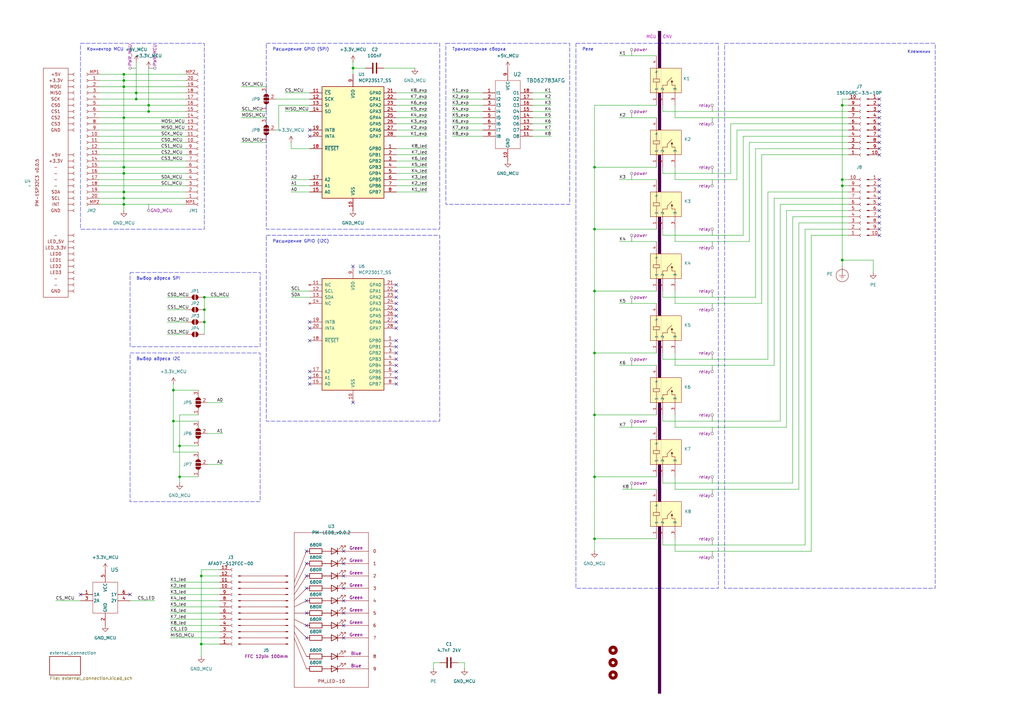
<source format=kicad_sch>
(kicad_sch (version 20250114) (generator "eeschema") (generator_version "9.0")
  (paper "A3")
  (title_block (title "${article} v${version}") (date "2024-05-29") (comment 2 "Konstantin"))
  (rectangle (start 269.875 12.7) (end 271.145 284.48) (stroke (width 0) (type dot) (color 72 0 72 1)) (fill (type color) (color 72 0 72 1)))
  (rectangle (start 109.22 17.78) (end 180.34 93.98) (stroke (width 0) (type dash)))
  (rectangle (start 53.34 144.78) (end 106.68 205.74) (stroke (width 0) (type dash)))
  (rectangle (start 33.02 17.78) (end 83.82 93.98) (stroke (width 0) (type dash)))
  (rectangle (start 236.22 17.78) (end 294.64 241.3) (stroke (width 0) (type dash)))
  (rectangle (start 297.18 17.78) (end 383.54 241.3) (stroke (width 0) (type dash)))
  (rectangle (start 53.34 111.76) (end 106.68 142.24) (stroke (width 0) (type dash)))
  (rectangle (start 109.22 96.52) (end 180.34 172.72) (stroke (width 0) (type dash)))
  (rectangle (start 182.88 17.78) (end 233.68 83.82) (stroke (width 0) (type dash)))
  (text "MCU" (at 269.24 15.24 0) (effects (font (size 1.27 1.27)) (justify right)))
  (text "CNV" (at 271.78 15.24 0) (effects (font (size 1.27 1.27)) (justify left)))
  (text "Выбор адреса I2C" (at 55.88 147.32 0) (effects (font (size 1.27 1.27)) (justify left)))
  (text "Расширение GPIO (SPI)" (at 111.76 20.32 0) (effects (font (size 1.27 1.27)) (justify left)))
  (text "Транзисторная сборка" (at 185.42 20.32 0) (effects (font (size 1.27 1.27)) (justify left)))
  (text "Расширение GPIO (I2C)" (at 111.76 99.06 0) (effects (font (size 1.27 1.27)) (justify left)))
  (text "Выбор адреса SPI" (at 55.88 114.3 0) (effects (font (size 1.27 1.27)) (justify left)))
  (text "Реле" (at 238.76 20.32 0) (effects (font (size 1.27 1.27)) (justify left)))
  (text "Клеммник" (at 376.936 21.336 0) (effects (font (size 1.27 1.27))))
  (text "Коннектор MCU" (at 35.56 20.32 0) (effects (font (size 1.27 1.27)) (justify left)))
  (junction (at 73.66 182.88))
  (junction (at 345.44 76.2))
  (junction (at 243.84 220.98))
  (junction (at 243.84 119.38))
  (junction (at 50.8 48.26))
  (junction (at 144.78 27.94))
  (junction (at 243.84 195.58))
  (junction (at 55.88 40.64))
  (junction (at 50.8 33.02))
  (junction (at 243.84 144.78))
  (junction (at 73.66 195.58))
  (junction (at 60.96 43.18))
  (junction (at 50.8 35.56))
  (junction (at 82.55 264.16))
  (junction (at 83.82 132.08))
  (junction (at 50.8 30.48))
  (junction (at 50.8 78.74))
  (junction (at 83.82 121.92))
  (junction (at 50.8 71.12))
  (junction (at 71.12 172.72))
  (junction (at 83.82 127))
  (junction (at 345.44 43.18))
  (junction (at 50.8 81.28))
  (junction (at 55.88 38.1))
  (junction (at 50.8 83.82))
  (junction (at 243.84 170.18))
  (junction (at 82.55 236.22))
  (junction (at 50.8 68.58))
  (junction (at 71.12 160.02))
  (junction (at 243.84 93.98))
  (junction (at 345.44 73.66))
  (junction (at 345.44 106.68))
  (junction (at 60.96 45.72))
  (junction (at 243.84 68.58))
  (no_connect (at 125.73 256.54))
  (no_connect (at 360.68 60.96))
  (no_connect (at 360.68 73.66))
  (no_connect (at 127 53.34))
  (no_connect (at 127 152.4))
  (no_connect (at 162.56 129.54))
  (no_connect (at 127 55.88))
  (no_connect (at 125.73 231.14))
  (no_connect (at 360.68 55.88))
  (no_connect (at 360.68 76.2))
  (no_connect (at 162.56 157.48))
  (no_connect (at 360.68 40.64))
  (no_connect (at 162.56 132.08))
  (no_connect (at 360.68 50.8))
  (no_connect (at 162.56 142.24))
  (no_connect (at 162.56 119.38))
  (no_connect (at 140.97 256.54))
  (no_connect (at 360.68 63.5))
  (no_connect (at 162.56 121.92))
  (no_connect (at 162.56 134.62))
  (no_connect (at 162.56 144.78))
  (no_connect (at 360.68 96.52))
  (no_connect (at 125.73 226.06))
  (no_connect (at 125.73 246.38))
  (no_connect (at 125.73 236.22))
  (no_connect (at 162.56 154.94))
  (no_connect (at 53.34 243.84))
  (no_connect (at 127 134.62))
  (no_connect (at 360.68 48.26))
  (no_connect (at 360.68 78.74))
  (no_connect (at 127 157.48))
  (no_connect (at 360.68 83.82))
  (no_connect (at 127 154.94))
  (no_connect (at 360.68 43.18))
  (no_connect (at 360.68 58.42))
  (no_connect (at 144.78 165.1))
  (no_connect (at 140.97 251.46))
  (no_connect (at 140.97 261.62))
  (no_connect (at 127 132.08))
  (no_connect (at 140.97 231.14))
  (no_connect (at 360.68 91.44))
  (no_connect (at 162.56 127))
  (no_connect (at 33.02 243.84))
  (no_connect (at 162.56 139.7))
  (no_connect (at 140.97 241.3))
  (no_connect (at 162.56 124.46))
  (no_connect (at 125.73 241.3))
  (no_connect (at 162.56 147.32))
  (no_connect (at 360.68 53.34))
  (no_connect (at 162.56 152.4))
  (no_connect (at 127 139.7))
  (no_connect (at 140.97 236.22))
  (no_connect (at 360.68 93.98))
  (no_connect (at 360.68 86.36))
  (no_connect (at 140.97 246.38))
  (no_connect (at 162.56 149.86))
  (no_connect (at 162.56 116.84))
  (no_connect (at 360.68 45.72))
  (no_connect (at 140.97 226.06))
  (no_connect (at 125.73 261.62))
  (no_connect (at 360.68 88.9))
  (no_connect (at 125.73 251.46))
  (no_connect (at 360.68 81.28))
  (no_connect (at 144.78 109.22))
  (wire (pts (xy 185.42 53.34) (xy 198.12 53.34)))
  (wire (pts (xy 271.78 96.52) (xy 304.8 96.52)))
  (wire (pts (xy 269.24 220.98) (xy 243.84 220.98)))
  (wire (pts (xy 185.42 43.18) (xy 198.12 43.18)))
  (wire (pts (xy 81.28 172.72) (xy 71.12 172.72)))
  (wire (pts (xy 175.26 55.88) (xy 162.56 55.88)))
  (wire (pts (xy 175.26 45.72) (xy 162.56 45.72)))
  (wire (pts (xy 50.8 35.56) (xy 50.8 48.26)))
  (wire (pts (xy 226.06 50.8) (xy 218.44 50.8)))
  (wire (pts (xy 271.78 121.92) (xy 271.78 119.38)))
  (wire (pts (xy 185.42 40.64) (xy 198.12 40.64)))
  (wire (pts (xy 327.66 91.44) (xy 347.98 91.44)))
  (wire (pts (xy 307.34 99.06) (xy 276.86 99.06)))
  (wire (pts (xy 185.42 48.26) (xy 198.12 48.26)))
  (wire (pts (xy 90.17 261.62) (xy 69.85 261.62)))
  (wire (pts (xy 358.14 106.68) (xy 345.44 106.68)))
  (wire (pts (xy 90.17 254) (xy 69.85 254)))
  (wire (pts (xy 22.86 246.38) (xy 33.02 246.38)))
  (wire (pts (xy 358.14 111.76) (xy 358.14 106.68)))
  (wire (pts (xy 190.5 274.32) (xy 190.5 271.78)))
  (wire (pts (xy 40.64 35.56) (xy 50.8 35.56)))
  (wire (pts (xy 53.34 246.38) (xy 63.5 246.38)))
  (wire (pts (xy 347.98 55.88) (xy 304.8 55.88)))
  (wire (pts (xy 175.26 40.64) (xy 162.56 40.64)))
  (wire (pts (xy 269.24 73.66) (xy 254 73.66)))
  (wire (pts (xy 271.78 45.72) (xy 347.98 45.72)))
  (wire (pts (xy 304.8 96.52) (xy 304.8 55.88)))
  (wire (pts (xy 50.8 35.56) (xy 76.2 35.56)))
  (wire (pts (xy 116.84 38.1) (xy 127 38.1)))
  (wire (pts (xy 90.17 243.84) (xy 69.85 243.84)))
  (wire (pts (xy 144.78 27.94) (xy 149.86 27.94)))
  (wire (pts (xy 243.84 68.58) (xy 243.84 93.98)))
  (wire (pts (xy 317.5 149.86) (xy 276.86 149.86)))
  (wire (pts (xy 50.8 68.58) (xy 76.2 68.58)))
  (wire (pts (xy 175.26 60.96) (xy 162.56 60.96)))
  (wire (pts (xy 40.64 55.88) (xy 76.2 55.88)))
  (wire (pts (xy 271.78 198.12) (xy 271.78 195.58)))
  (wire (pts (xy 90.17 256.54) (xy 69.85 256.54)))
  (wire (pts (xy 243.84 119.38) (xy 243.84 144.78)))
  (wire (pts (xy 50.8 71.12) (xy 76.2 71.12)))
  (wire (pts (xy 99.06 58.42) (xy 109.22 58.42)))
  (wire (pts (xy 345.44 76.2) (xy 347.98 76.2)))
  (wire (pts (xy 347.98 40.64) (xy 345.44 40.64)))
  (wire (pts (xy 320.04 83.82) (xy 347.98 83.82)))
  (wire (pts (xy 40.64 48.26) (xy 50.8 48.26)))
  (wire (pts (xy 68.58 127) (xy 76.2 127)))
  (wire (pts (xy 119.38 73.66) (xy 127 73.66)))
  (wire (pts (xy 90.17 264.16) (xy 82.55 264.16)))
  (wire (pts (xy 40.64 83.82) (xy 50.8 83.82)))
  (wire (pts (xy 299.72 50.8) (xy 299.72 71.12)))
  (wire (pts (xy 157.48 27.94) (xy 170.18 27.94)))
  (wire (pts (xy 40.64 81.28) (xy 50.8 81.28)))
  (wire (pts (xy 81.28 195.58) (xy 73.66 195.58)))
  (wire (pts (xy 269.24 22.86) (xy 254 22.86)))
  (wire (pts (xy 312.42 124.46) (xy 276.86 124.46)))
  (wire (pts (xy 312.42 63.5) (xy 312.42 124.46)))
  (wire (pts (xy 271.78 223.52) (xy 330.2 223.52)))
  (wire (pts (xy 50.8 81.28) (xy 76.2 81.28)))
  (wire (pts (xy 90.17 251.46) (xy 69.85 251.46)))
  (wire (pts (xy 271.78 172.72) (xy 320.04 172.72)))
  (wire (pts (xy 226.06 53.34) (xy 218.44 53.34)))
  (wire (pts (xy 345.44 43.18) (xy 345.44 73.66)))
  (wire (pts (xy 40.64 58.42) (xy 76.2 58.42)))
  (wire (pts (xy 180.34 271.78) (xy 177.8 271.78)))
  (wire (pts (xy 40.64 33.02) (xy 50.8 33.02)))
  (wire (pts (xy 99.06 35.56) (xy 109.22 35.56)))
  (wire (pts (xy 345.44 73.66) (xy 345.44 76.2)))
  (wire (pts (xy 332.74 226.06) (xy 332.74 96.52)))
  (wire (pts (xy 243.84 170.18) (xy 243.84 195.58)))
  (wire (pts (xy 40.64 68.58) (xy 50.8 68.58)))
  (wire (pts (xy 243.84 220.98) (xy 243.84 226.06)))
  (wire (pts (xy 243.84 93.98) (xy 269.24 93.98)))
  (wire (pts (xy 119.38 58.42) (xy 119.38 60.96)))
  (wire (pts (xy 271.78 93.98) (xy 271.78 96.52)))
  (wire (pts (xy 243.84 93.98) (xy 243.84 119.38)))
  (wire (pts (xy 114.3 43.18) (xy 114.3 53.34)))
  (wire (pts (xy 55.88 40.64) (xy 76.2 40.64)))
  (wire (pts (xy 322.58 175.26) (xy 276.86 175.26)))
  (wire (pts (xy 345.44 76.2) (xy 345.44 106.68)))
  (wire (pts (xy 276.86 200.66) (xy 276.86 195.58)))
  (wire (pts (xy 175.26 43.18) (xy 162.56 43.18)))
  (wire (pts (xy 269.24 99.06) (xy 254 99.06)))
  (wire (pts (xy 325.12 88.9) (xy 325.12 198.12)))
  (wire (pts (xy 175.26 38.1) (xy 162.56 38.1)))
  (wire (pts (xy 175.26 63.5) (xy 162.56 63.5)))
  (wire (pts (xy 175.26 53.34) (xy 162.56 53.34)))
  (wire (pts (xy 269.24 200.66) (xy 255.27 200.66)))
  (wire (pts (xy 175.26 73.66) (xy 162.56 73.66)))
  (wire (pts (xy 243.84 144.78) (xy 269.24 144.78)))
  (wire (pts (xy 276.86 149.86) (xy 276.86 144.78)))
  (wire (pts (xy 175.26 76.2) (xy 162.56 76.2)))
  (wire (pts (xy 302.26 53.34) (xy 302.26 73.66)))
  (wire (pts (xy 347.98 60.96) (xy 309.88 60.96)))
  (wire (pts (xy 50.8 83.82) (xy 76.2 83.82)))
  (wire (pts (xy 40.64 78.74) (xy 50.8 78.74)))
  (wire (pts (xy 271.78 172.72) (xy 271.78 170.18)))
  (wire (pts (xy 330.2 223.52) (xy 330.2 93.98)))
  (wire (pts (xy 71.12 172.72) (xy 71.12 160.02)))
  (wire (pts (xy 119.38 60.96) (xy 127 60.96)))
  (wire (pts (xy 50.8 78.74) (xy 50.8 81.28)))
  (wire (pts (xy 332.74 226.06) (xy 276.86 226.06)))
  (wire (pts (xy 271.78 147.32) (xy 314.96 147.32)))
  (wire (pts (xy 226.06 55.88) (xy 218.44 55.88)))
  (wire (pts (xy 113.03 40.64) (xy 127 40.64)))
  (wire (pts (xy 347.98 43.18) (xy 345.44 43.18)))
  (wire (pts (xy 82.55 236.22) (xy 82.55 264.16)))
  (wire (pts (xy 114.3 53.34) (xy 113.03 53.34)))
  (wire (pts (xy 309.88 121.92) (xy 309.88 60.96)))
  (wire (pts (xy 276.86 48.26) (xy 276.86 43.18)))
  (wire (pts (xy 185.42 38.1) (xy 198.12 38.1)))
  (wire (pts (xy 185.42 50.8) (xy 198.12 50.8)))
  (wire (pts (xy 177.8 271.78) (xy 177.8 274.32)))
  (wire (pts (xy 90.17 241.3) (xy 69.85 241.3)))
  (wire (pts (xy 322.58 86.36) (xy 347.98 86.36)))
  (wire (pts (xy 144.78 25.4) (xy 144.78 27.94)))
  (wire (pts (xy 175.26 50.8) (xy 162.56 50.8)))
  (wire (pts (xy 40.64 43.18) (xy 60.96 43.18)))
  (wire (pts (xy 325.12 88.9) (xy 347.98 88.9)))
  (wire (pts (xy 269.24 43.18) (xy 243.84 43.18)))
  (wire (pts (xy 185.42 45.72) (xy 198.12 45.72)))
  (wire (pts (xy 50.8 81.28) (xy 50.8 83.82)))
  (wire (pts (xy 90.17 233.68) (xy 82.55 233.68)))
  (wire (pts (xy 85.09 177.8) (xy 91.44 177.8)))
  (wire (pts (xy 85.09 165.1) (xy 91.44 165.1)))
  (wire (pts (xy 345.44 106.68) (xy 345.44 109.22)))
  (wire (pts (xy 83.82 132.08) (xy 83.82 137.16)))
  (wire (pts (xy 50.8 33.02) (xy 76.2 33.02)))
  (wire (pts (xy 307.34 58.42) (xy 307.34 99.06)))
  (wire (pts (xy 317.5 81.28) (xy 347.98 81.28)))
  (wire (pts (xy 40.64 63.5) (xy 76.2 63.5)))
  (wire (pts (xy 40.64 66.04) (xy 76.2 66.04)))
  (wire (pts (xy 320.04 83.82) (xy 320.04 172.72)))
  (wire (pts (xy 116.84 45.72) (xy 127 45.72)))
  (wire (pts (xy 90.17 238.76) (xy 69.85 238.76)))
  (wire (pts (xy 175.26 68.58) (xy 162.56 68.58)))
  (wire (pts (xy 73.66 170.18) (xy 73.66 182.88)))
  (wire (pts (xy 119.38 78.74) (xy 127 78.74)))
  (wire (pts (xy 68.58 137.16) (xy 76.2 137.16)))
  (wire (pts (xy 276.86 48.26) (xy 347.98 48.26)))
  (wire (pts (xy 50.8 71.12) (xy 50.8 78.74)))
  (wire (pts (xy 243.84 144.78) (xy 243.84 170.18)))
  (wire (pts (xy 40.64 40.64) (xy 55.88 40.64)))
  (wire (pts (xy 73.66 182.88) (xy 73.66 195.58)))
  (wire (pts (xy 190.5 271.78) (xy 187.96 271.78)))
  (wire (pts (xy 302.26 73.66) (xy 276.86 73.66)))
  (wire (pts (xy 71.12 160.02) (xy 81.28 160.02)))
  (wire (pts (xy 71.12 185.42) (xy 71.12 172.72)))
  (wire (pts (xy 50.8 83.82) (xy 50.8 86.36)))
  (wire (pts (xy 269.24 48.26) (xy 254 48.26)))
  (wire (pts (xy 226.06 45.72) (xy 218.44 45.72)))
  (wire (pts (xy 243.84 195.58) (xy 269.24 195.58)))
  (wire (pts (xy 82.55 233.68) (xy 82.55 236.22)))
  (wire (pts (xy 119.38 121.92) (xy 127 121.92)))
  (wire (pts (xy 271.78 43.18) (xy 271.78 45.72)))
  (wire (pts (xy 347.98 53.34) (xy 302.26 53.34)))
  (wire (pts (xy 276.86 99.06) (xy 276.86 93.98)))
  (wire (pts (xy 185.42 55.88) (xy 198.12 55.88)))
  (wire (pts (xy 276.86 226.06) (xy 276.86 220.98)))
  (wire (pts (xy 83.82 121.92) (xy 93.98 121.92)))
  (wire (pts (xy 226.06 48.26) (xy 218.44 48.26)))
  (wire (pts (xy 50.8 78.74) (xy 76.2 78.74)))
  (wire (pts (xy 99.06 48.26) (xy 109.22 48.26)))
  (wire (pts (xy 83.82 121.92) (xy 83.82 127)))
  (wire (pts (xy 55.88 25.4) (xy 55.88 38.1)))
  (wire (pts (xy 40.64 45.72) (xy 60.96 45.72)))
  (wire (pts (xy 90.17 248.92) (xy 69.85 248.92)))
  (wire (pts (xy 82.55 236.22) (xy 90.17 236.22)))
  (wire (pts (xy 243.84 170.18) (xy 269.24 170.18)))
  (wire (pts (xy 314.96 147.32) (xy 314.96 78.74)))
  (wire (pts (xy 276.86 73.66) (xy 276.86 68.58)))
  (wire (pts (xy 60.96 43.18) (xy 76.2 43.18)))
  (wire (pts (xy 317.5 81.28) (xy 317.5 149.86)))
  (wire (pts (xy 314.96 78.74) (xy 347.98 78.74)))
  (wire (pts (xy 40.64 76.2) (xy 76.2 76.2)))
  (wire (pts (xy 276.86 175.26) (xy 276.86 170.18)))
  (wire (pts (xy 175.26 66.04) (xy 162.56 66.04)))
  (wire (pts (xy 271.78 198.12) (xy 325.12 198.12)))
  (wire (pts (xy 175.26 71.12) (xy 162.56 71.12)))
  (wire (pts (xy 327.66 200.66) (xy 276.86 200.66)))
  (wire (pts (xy 99.06 45.72) (xy 109.22 45.72)))
  (wire (pts (xy 276.86 124.46) (xy 276.86 119.38)))
  (wire (pts (xy 269.24 149.86) (xy 254 149.86)))
  (wire (pts (xy 347.98 63.5) (xy 312.42 63.5)))
  (wire (pts (xy 40.64 60.96) (xy 76.2 60.96)))
  (wire (pts (xy 55.88 38.1) (xy 76.2 38.1)))
  (wire (pts (xy 347.98 93.98) (xy 330.2 93.98)))
  (wire (pts (xy 226.06 38.1) (xy 218.44 38.1)))
  (wire (pts (xy 347.98 96.52) (xy 332.74 96.52)))
  (wire (pts (xy 243.84 43.18) (xy 243.84 68.58)))
  (wire (pts (xy 114.3 43.18) (xy 127 43.18)))
  (wire (pts (xy 271.78 68.58) (xy 271.78 71.12)))
  (wire (pts (xy 40.64 53.34) (xy 76.2 53.34)))
  (wire (pts (xy 119.38 76.2) (xy 127 76.2)))
  (wire (pts (xy 271.78 71.12) (xy 299.72 71.12)))
  (wire (pts (xy 226.06 40.64) (xy 218.44 40.64)))
  (wire (pts (xy 50.8 33.02) (xy 50.8 35.56)))
  (wire (pts (xy 175.26 78.74) (xy 162.56 78.74)))
  (wire (pts (xy 60.96 27.94) (xy 60.96 43.18)))
  (wire (pts (xy 269.24 68.58) (xy 243.84 68.58)))
  (wire (pts (xy 50.8 48.26) (xy 76.2 48.26)))
  (wire (pts (xy 271.78 121.92) (xy 309.88 121.92)))
  (wire (pts (xy 269.24 124.46) (xy 254 124.46)))
  (wire (pts (xy 81.28 170.18) (xy 73.66 170.18)))
  (wire (pts (xy 347.98 73.66) (xy 345.44 73.66)))
  (wire (pts (xy 243.84 195.58) (xy 243.84 220.98)))
  (wire (pts (xy 40.64 73.66) (xy 76.2 73.66)))
  (wire (pts (xy 119.38 119.38) (xy 127 119.38)))
  (wire (pts (xy 60.96 43.18) (xy 60.96 45.72)))
  (wire (pts (xy 60.96 45.72) (xy 76.2 45.72)))
  (wire (pts (xy 85.09 190.5) (xy 91.44 190.5)))
  (wire (pts (xy 40.64 30.48) (xy 50.8 30.48)))
  (wire (pts (xy 175.26 48.26) (xy 162.56 48.26)))
  (wire (pts (xy 144.78 27.94) (xy 144.78 30.48)))
  (wire (pts (xy 50.8 30.48) (xy 76.2 30.48)))
  (wire (pts (xy 327.66 200.66) (xy 327.66 91.44)))
  (wire (pts (xy 73.66 195.58) (xy 73.66 198.12)))
  (wire (pts (xy 90.17 246.38) (xy 69.85 246.38)))
  (wire (pts (xy 40.64 38.1) (xy 55.88 38.1)))
  (wire (pts (xy 82.55 264.16) (xy 82.55 269.24)))
  (wire (pts (xy 68.58 132.08) (xy 76.2 132.08)))
  (wire (pts (xy 40.64 71.12) (xy 50.8 71.12)))
  (wire (pts (xy 50.8 30.48) (xy 50.8 33.02)))
  (wire (pts (xy 90.17 259.08) (xy 69.85 259.08)))
  (wire (pts (xy 83.82 127) (xy 83.82 132.08)))
  (wire (pts (xy 50.8 68.58) (xy 50.8 71.12)))
  (wire (pts (xy 271.78 144.78) (xy 271.78 147.32)))
  (wire (pts (xy 40.64 50.8) (xy 76.2 50.8)))
  (wire (pts (xy 81.28 182.88) (xy 73.66 182.88)))
  (wire (pts (xy 226.06 43.18) (xy 218.44 43.18)))
  (wire (pts (xy 347.98 58.42) (xy 307.34 58.42)))
  (wire (pts (xy 269.24 175.26) (xy 254 175.26)))
  (wire (pts (xy 55.88 38.1) (xy 55.88 40.64)))
  (wire (pts (xy 71.12 157.48) (xy 71.12 160.02)))
  (wire (pts (xy 81.28 185.42) (xy 71.12 185.42)))
  (wire (pts (xy 299.72 50.8) (xy 347.98 50.8)))
  (wire (pts (xy 68.58 121.92) (xy 76.2 121.92)))
  (wire (pts (xy 50.8 48.26) (xy 50.8 68.58)))
  (wire (pts (xy 322.58 175.26) (xy 322.58 86.36)))
  (wire (pts (xy 243.84 119.38) (xy 269.24 119.38)))
  (wire (pts (xy 271.78 223.52) (xy 271.78 220.98)))
  (wire (pts (xy 345.44 40.64) (xy 345.44 43.18)))
  (label "K8_led" (at 175.26 60.96 180))
  (label "A1" (at 119.38 76.2 0))
  (label "K4" (at 226.06 45.72 180))
  (label "A0" (at 119.38 78.74 0))
  (label "MOSI_MCU" (at 99.06 48.26 0))
  (label "K6_exp" (at 175.26 43.18 180))
  (label "CS3_MCU" (at 68.58 137.16 0))
  (label "A2" (at 119.38 73.66 0))
  (label "CS_LED" (at 69.85 259.08 0))
  (label "CS1_MCU" (at 66.04 60.96 0))
  (label "MISO_MCU" (at 116.84 45.72 0))
  (label "CS2_MCU" (at 66.04 63.5 0))
  (label "CS_LED" (at 63.5 246.38 180))
  (label "SCL" (at 119.38 119.38 0))
  (label "K7_exp" (at 185.42 53.34 0))
  (label "SCK_MCU" (at 99.06 35.56 0))
  (label "K6_led" (at 69.85 251.46 0))
  (label "A1" (at 91.44 177.8 180))
  (label "K5_exp" (at 175.26 45.72 180))
  (label "K2_exp" (at 185.42 40.64 0))
  (label "K5_exp" (at 185.42 48.26 0))
  (label "A0" (at 91.44 165.1 180))
  (label "MOSI_MCU" (at 66.04 50.8 0))
  (label "K2_exp" (at 175.26 53.34 180))
  (label "CS0_MCU" (at 66.04 58.42 0))
  (label "K2" (at 254 48.26 0))
  (label "K1_exp" (at 185.42 38.1 0))
  (label "SCL_MCU" (at 99.06 45.72 0))
  (label "K3" (at 226.06 43.18 180))
  (label "K8_exp" (at 185.42 55.88 0))
  (label "K7_led" (at 69.85 254 0))
  (label "K1_led" (at 175.26 78.74 180))
  (label "SCL_MCU" (at 66.04 76.2 0))
  (label "K4" (at 254 99.06 0))
  (label "MISO_MCU" (at 66.04 53.34 0))
  (label "K3" (at 254 73.66 0))
  (label "K8" (at 226.06 55.88 180))
  (label "K1_led" (at 69.85 238.76 0))
  (label "K1" (at 226.06 38.1 180))
  (label "K4_exp" (at 185.42 45.72 0))
  (label "K5_led" (at 175.26 68.58 180))
  (label "K7" (at 226.06 53.34 180))
  (label "CS0_MCU" (at 68.58 121.92 0))
  (label "K2_led" (at 175.26 76.2 180))
  (label "K2" (at 226.06 40.64 180))
  (label "MISO_MCU" (at 69.85 261.62 0))
  (label "K3_exp" (at 185.42 43.18 0))
  (label "CS_MCU" (at 93.98 121.92 180))
  (label "K4_led" (at 69.85 246.38 0))
  (label "K7_exp" (at 175.26 40.64 180))
  (label "K2_led" (at 69.85 241.3 0))
  (label "K8" (at 255.27 200.66 0))
  (label "K8_led" (at 69.85 256.54 0))
  (label "CS1_MCU" (at 68.58 127 0))
  (label "K4_exp" (at 175.26 48.26 180))
  (label "K6_exp" (at 185.42 50.8 0))
  (label "K5_led" (at 69.85 248.92 0))
  (label "K3_exp" (at 175.26 50.8 180))
  (label "K1_exp" (at 175.26 55.88 180))
  (label "A2" (at 91.44 190.5 180))
  (label "CS2_MCU" (at 68.58 132.08 0))
  (label "SCK_MCU" (at 66.04 55.88 0))
  (label "K3_led" (at 175.26 73.66 180))
  (label "K6" (at 226.06 50.8 180))
  (label "K6" (at 254 149.86 0))
  (label "K1" (at 254 22.86 0))
  (label "K3_led" (at 69.85 243.84 0))
  (label "SDA_MCU" (at 99.06 58.42 0))
  (label "K7_led" (at 175.26 63.5 180))
  (label "K6_led" (at 175.26 66.04 180))
  (label "SDA_MCU" (at 66.04 73.66 0))
  (label "K5" (at 254 124.46 0))
  (label "CS_MCU" (at 22.86 246.38 0))
  (label "CS3_MCU" (at 66.04 66.04 0))
  (label "CS_MCU" (at 116.84 38.1 0))
  (label "K7" (at 254 175.26 0))
  (label "SDA" (at 119.38 121.92 0))
  (label "K5" (at 226.06 48.26 180))
  (label "K4_led" (at 175.26 71.12 180))
  (label "K8_exp" (at 175.26 38.1 180))
  (netclass_flag "" (length 2.54) (shape round) (at 259.08 48.26 0) (property "Netclass" "power" (at 259.7785 45.72 0) (effects (font (italic yes)) (justify left))))
  (netclass_flag "" (length 2.54) (shape round) (at 292.1 149.86 180) (property "Netclass" "relay" (at 291.4015 152.4 0) (effects (font (italic yes)) (justify right))))
  (netclass_flag "" (length 2.54) (shape round) (at 292.1 147.32 0) (property "Netclass" "relay" (at 291.4015 144.78 0) (effects (font (italic yes)) (justify right))))
  (netclass_flag "" (length 2.54) (shape round) (at 259.08 124.46 0) (property "Netclass" "power" (at 259.7785 121.92 0) (effects (font (italic yes)) (justify left))))
  (netclass_flag "" (length 2.54) (shape round) (at 259.08 149.86 0) (property "Netclass" "power" (at 259.7785 147.32 0) (effects (font (italic yes)) (justify left))))
  (netclass_flag "" (length 2.54) (shape round) (at 292.1 45.72 0) (property "Netclass" "relay" (at 291.4015 43.18 0) (effects (font (italic yes)) (justify right))))
  (netclass_flag "" (length 2.54) (shape round) (at 292.1 48.26 180) (property "Netclass" "relay" (at 291.4015 50.8 0) (effects (font (italic yes)) (justify right))))
  (netclass_flag "" (length 2.54) (shape round) (at 259.08 22.86 0) (property "Netclass" "power" (at 259.7785 20.32 0) (effects (font (italic yes)) (justify left))))
  (netclass_flag "" (length 2.54) (shape round) (at 292.1 198.12 0) (property "Netclass" "relay" (at 291.4015 195.58 0) (effects (font (italic yes)) (justify right))))
  (netclass_flag "" (length 2.54) (shape round) (at 292.1 172.72 0) (property "Netclass" "relay" (at 291.4015 170.18 0) (effects (font (italic yes)) (justify right))))
  (netclass_flag "" (length 2.54) (shape round) (at 60.96 83.82 180) (property "Netclass" "GND_MCU" (at 61.6585 86.36 0) (effects (justify left))))
  (netclass_flag "" (length 2.54) (shape round) (at 292.1 200.66 180) (property "Netclass" "relay" (at 291.4015 203.2 0) (effects (font (italic yes)) (justify right))))
  (netclass_flag "" (length 2.54) (shape round) (at 60.96 27.94 270) (property "Netclass" "PWR_MCU" (at 63.5 27.2415 90) (effects (font (italic yes)) (justify left))))
  (netclass_flag "" (length 2.54) (shape round) (at 292.1 71.12 0) (property "Netclass" "relay" (at 291.4015 68.58 0) (effects (font (italic yes)) (justify right))))
  (netclass_flag "" (length 2.54) (shape round) (at 259.08 175.26 0) (property "Netclass" "power" (at 259.7785 172.72 0) (effects (font (italic yes)) (justify left))))
  (netclass_flag "" (length 2.54) (shape round) (at 292.1 124.46 180) (property "Netclass" "relay" (at 291.4015 127 0) (effects (font (italic yes)) (justify right))))
  (netclass_flag "" (length 2.54) (shape round) (at 292.1 223.52 0) (property "Netclass" "relay" (at 291.4015 220.98 0) (effects (font (italic yes)) (justify right))))
  (netclass_flag "" (length 2.54) (shape round) (at 259.08 200.66 0) (property "Netclass" "power" (at 259.7785 198.12 0) (effects (font (italic yes)) (justify left))))
  (netclass_flag "" (length 2.54) (shape round) (at 259.08 73.66 0) (property "Netclass" "power" (at 259.7785 71.12 0) (effects (font (italic yes)) (justify left))))
  (netclass_flag "" (length 2.54) (shape round) (at 292.1 96.52 0) (property "Netclass" "relay" (at 291.4015 93.98 0) (effects (font (italic yes)) (justify right))))
  (netclass_flag "" (length 2.54) (shape round) (at 292.1 99.06 180) (property "Netclass" "relay" (at 291.4015 101.6 0) (effects (font (italic yes)) (justify right))))
  (netclass_flag "" (length 2.54) (shape round) (at 292.1 175.26 180) (property "Netclass" "relay" (at 291.4015 177.8 0) (effects (font (italic yes)) (justify right))))
  (netclass_flag "" (length 2.54) (shape round) (at 292.1 121.92 0) (property "Netclass" "relay" (at 291.4015 119.38 0) (effects (font (italic yes)) (justify right))))
  (netclass_flag "" (length 2.54) (shape round) (at 292.1 226.06 180) (property "Netclass" "relay" (at 291.4015 228.6 0) (effects (font (italic yes)) (justify right))))
  (netclass_flag "" (length 2.54) (shape round) (at 292.1 73.66 180) (property "Netclass" "relay" (at 291.4015 76.2 0) (effects (font (italic yes)) (justify right))))
  (netclass_flag "" (length 2.54) (shape round) (at 55.88 27.94 90) (property "Netclass" "PWR_MCU" (at 53.34 27.2415 90) (effects (font (italic yes)) (justify left))))
  (netclass_flag "" (length 2.54) (shape round) (at 259.08 99.06 0) (property "Netclass" "power" (at 259.7785 96.52 0) (effects (font (italic yes)) (justify left))))
  (symbol (lib_id "kicad_inventree_lib:R_680R_0603_1%") (at 129.54 226.06 90) (unit 1) (on_board no)
    (property "Reference" "R34" (effects (hide yes)))
    (property "Value" "680R" (at 129.54 223.52 90))
    (property "Footprint" "Resistor_SMD:R_0603_1608Metric" (effects (hide yes)))
    (property "Datasheet" "http://inventree.network/part/281/" (effects (hide yes)))
    (property "Description" "Resistor" (effects (hide yes)))
    (property "part_ipn" "R_680R_0603_1%" (effects (hide yes)))
  )
  (symbol (lib_id "kicad_inventree_lib:XL-1606SYGC") (at 137.16 246.38 180) (unit 1) (on_board no)
    (property "Reference" "D5" (effects (hide yes)))
    (property "Value" "XL-1606SYGC" (effects (hide yes)))
    (property "Footprint" "kicad_inventree_lib:XL-1606" (effects (hide yes)))
    (property "Datasheet" "http://inventree.network/part/278/" (effects (hide yes)))
    (property "Description" "Green" (at 146.05 245.11 0))
    (property "part_ipn" "XL-1606SYGC" (effects (hide yes)))
  )
  (symbol (lib_id "kicad_inventree_lib:PE") (at 345.44 109.22 0) (mirror y) (unit 1) (in_bom no)
    (property "Reference" "PE1" (effects (hide yes)))
    (property "Value" "PE" (at 341.63 112.3949 0) (effects (justify left)))
    (property "Footprint" "kicad_inventree_lib:PE" (effects (hide yes)))
    (property "Description" "Power symbol creates a global label with name \"Earth_Protective\"" (effects (hide yes)))
  )
  (symbol (lib_id "kicad_inventree_lib:MountingHole_M3") (at 251.46 271.78 0) (unit 1) (exclude_from_sim yes) (in_bom no)
    (property "Reference" "H2" (effects (hide yes)))
    (property "Value" "MountingHole_M3" (effects (hide yes)))
    (property "Footprint" "kicad_inventree_lib:MountingHole_M3" (effects (hide yes)))
    (property "Description" "Mounting Hole without connection" (effects (hide yes)))
  )
  (symbol (lib_id "kicad_inventree_lib:G5NB-1A-E-DC5") (at 269.24 147.32 90) (unit 1)
    (property "Reference" "K5" (at 280.67 133.3499 90) (effects (justify right)))
    (property "Value" "G5NB-1A-E-DC5" (effects (hide yes)))
    (property "Footprint" "kicad_inventree_lib:G5NB-1A-E_DC12_RELAY_G5NB-1A_DC5_OMR" (effects (hide yes)))
    (property "Datasheet" "http://inventree.network/part/14/" (effects (hide yes)))
    (property "MF" "Omron Electronics Inc-EMC Div" (effects (hide yes)))
    (property "Description_1" "\nPower PCB Relay, 3A/5A, SPST-NO, 12 VDC, G5NB Series | Omron Electronic Components G5NB-1A-E DC12\n" (effects (hide yes)))
    (property "COPYRIGHT" "Copyright (C) 2023 Ultra Librarian. All rights reserved." (effects (hide yes)))
    (property "Package" "None" (effects (hide yes)))
    (property "Price" "None" (effects (hide yes)))
    (property "Check_prices" "https://www.snapeda.com/parts/G5NB-1A-E%20DC12/Omron+Electronics+Inc-EMC+Div/view-part/?ref=eda" (effects (hide yes)))
    (property "Availability" "In Stock" (effects (hide yes)))
    (property "SnapEDA_Link" "https://www.snapeda.com/parts/G5NB-1A-E%20DC12/Omron+Electronics+Inc-EMC+Div/view-part/?ref=snap" (effects (hide yes)))
    (property "MP" "G5NB-1A-E DC12" (effects (hide yes)))
    (property "Purchase-URL" "https://www.snapeda.com/api/url_track_click_mouser/?unipart_id=3078279&manufacturer=Omron Electronics Inc-EMC Div&part_name=G5NB-1A-E DC12&search_term=g5nb" (effects (hide yes)))
    (property "MFR_NAME" "Omron" (effects (hide yes)))
    (property "MANUFACTURER_PART_NUMBER" "G5NB-1A-E DC12" (effects (hide yes)))
    (property "NextPCB_url" "https://www.hqonline.com/product-detail/oumulong-omron--g5nb-1a-e-5vdc-1025587015" (effects (hide yes)))
    (property "NextPCB_price" "0.88519" (effects (hide yes)))
    (property "part_ipn" "G5NB-1A-E-DC5" (effects (hide yes)))
  )
  (symbol (lib_id "kicad_inventree_lib:G5NB-1A-E-DC5") (at 269.24 96.52 90) (unit 1)
    (property "Reference" "K3" (at 280.67 82.5499 90) (effects (justify right)))
    (property "Value" "G5NB-1A-E-DC5" (effects (hide yes)))
    (property "Footprint" "kicad_inventree_lib:G5NB-1A-E_DC12_RELAY_G5NB-1A_DC5_OMR" (effects (hide yes)))
    (property "Datasheet" "http://inventree.network/part/14/" (effects (hide yes)))
    (property "MF" "Omron Electronics Inc-EMC Div" (effects (hide yes)))
    (property "Description_1" "\nPower PCB Relay, 3A/5A, SPST-NO, 12 VDC, G5NB Series | Omron Electronic Components G5NB-1A-E DC12\n" (effects (hide yes)))
    (property "COPYRIGHT" "Copyright (C) 2023 Ultra Librarian. All rights reserved." (effects (hide yes)))
    (property "Package" "None" (effects (hide yes)))
    (property "Price" "None" (effects (hide yes)))
    (property "Check_prices" "https://www.snapeda.com/parts/G5NB-1A-E%20DC12/Omron+Electronics+Inc-EMC+Div/view-part/?ref=eda" (effects (hide yes)))
    (property "Availability" "In Stock" (effects (hide yes)))
    (property "SnapEDA_Link" "https://www.snapeda.com/parts/G5NB-1A-E%20DC12/Omron+Electronics+Inc-EMC+Div/view-part/?ref=snap" (effects (hide yes)))
    (property "MP" "G5NB-1A-E DC12" (effects (hide yes)))
    (property "Purchase-URL" "https://www.snapeda.com/api/url_track_click_mouser/?unipart_id=3078279&manufacturer=Omron Electronics Inc-EMC Div&part_name=G5NB-1A-E DC12&search_term=g5nb" (effects (hide yes)))
    (property "MFR_NAME" "Omron" (effects (hide yes)))
    (property "MANUFACTURER_PART_NUMBER" "G5NB-1A-E DC12" (effects (hide yes)))
    (property "NextPCB_url" "https://www.hqonline.com/product-detail/oumulong-omron--g5nb-1a-e-5vdc-1025587015" (effects (hide yes)))
    (property "NextPCB_price" "0.88519" (effects (hide yes)))
    (property "part_ipn" "G5NB-1A-E-DC5" (effects (hide yes)))
  )
  (symbol (lib_id "kicad_inventree_lib:R_680R_0603_1%") (at 129.54 251.46 90) (unit 1) (on_board no)
    (property "Reference" "R39" (effects (hide yes)))
    (property "Value" "680R" (at 129.54 248.92 90))
    (property "Footprint" "Resistor_SMD:R_0603_1608Metric" (effects (hide yes)))
    (property "Datasheet" "http://inventree.network/part/281/" (effects (hide yes)))
    (property "Description" "Resistor" (effects (hide yes)))
    (property "part_ipn" "R_680R_0603_1%" (effects (hide yes)))
  )
  (symbol (lib_id "kicad_inventree_lib:G5NB-1A-E-DC5") (at 269.24 223.52 90) (unit 1)
    (property "Reference" "K8" (at 282.194 209.804 90))
    (property "Value" "G5NB-1A-E-DC5" (effects (hide yes)))
    (property "Footprint" "kicad_inventree_lib:G5NB-1A-E_DC12_RELAY_G5NB-1A_DC5_OMR" (effects (hide yes)))
    (property "Datasheet" "http://inventree.network/part/14/" (effects (hide yes)))
    (property "MF" "Omron Electronics Inc-EMC Div" (effects (hide yes)))
    (property "Description_1" "\nPower PCB Relay, 3A/5A, SPST-NO, 12 VDC, G5NB Series | Omron Electronic Components G5NB-1A-E DC12\n" (effects (hide yes)))
    (property "COPYRIGHT" "Copyright (C) 2023 Ultra Librarian. All rights reserved." (effects (hide yes)))
    (property "Package" "None" (effects (hide yes)))
    (property "Price" "None" (effects (hide yes)))
    (property "Check_prices" "https://www.snapeda.com/parts/G5NB-1A-E%20DC12/Omron+Electronics+Inc-EMC+Div/view-part/?ref=eda" (effects (hide yes)))
    (property "Availability" "In Stock" (effects (hide yes)))
    (property "SnapEDA_Link" "https://www.snapeda.com/parts/G5NB-1A-E%20DC12/Omron+Electronics+Inc-EMC+Div/view-part/?ref=snap" (effects (hide yes)))
    (property "MP" "G5NB-1A-E DC12" (effects (hide yes)))
    (property "Purchase-URL" "https://www.snapeda.com/api/url_track_click_mouser/?unipart_id=3078279&manufacturer=Omron Electronics Inc-EMC Div&part_name=G5NB-1A-E DC12&search_term=g5nb" (effects (hide yes)))
    (property "MFR_NAME" "Omron" (effects (hide yes)))
    (property "MANUFACTURER_PART_NUMBER" "G5NB-1A-E DC12" (effects (hide yes)))
    (property "NextPCB_url" "https://www.hqonline.com/product-detail/oumulong-omron--g5nb-1a-e-5vdc-1025587015" (effects (hide yes)))
    (property "NextPCB_price" "0.88519" (effects (hide yes)))
    (property "part_ipn" "G5NB-1A-E-DC5" (effects (hide yes)))
  )
  (symbol (lib_id "power:+5V") (at 55.88 25.4 0) (unit 1)
    (property "Reference" "#PWR05" (effects (hide yes)))
    (property "Value" "+5V_MCU" (at 55.88 20.32 0))
    (property "Description" "Power symbol creates a global label with name \"+5V\"" (effects (hide yes)))
  )
  (symbol (lib_id "kicad_inventree_lib:15EDGRC-3.5-10P") (at 353.06 53.34 0) (mirror x) (unit 1)
    (property "Reference" "J7" (at 352.425 35.56 0))
    (property "Value" "15EDGRC-3.5-10P" (at 352.425 38.1 0))
    (property "Footprint" "kicad_inventree_lib:15EDGRC-3.5-10P" (effects (hide yes)))
    (property "Datasheet" "http://inventree.network/part/237/" (effects (hide yes)))
    (property "Description" "Generic connector, single row, 01x09, script generated" (effects (hide yes)))
    (property "part_ipn" "15EDGRC-3.5-10P" (effects (hide yes)))
  )
  (symbol (lib_id "power:GND") (at 50.8 86.36 0) (unit 1)
    (property "Reference" "#PWR04" (effects (hide yes)))
    (property "Value" "GND_MCU" (at 50.8 91.44 0))
    (property "Description" "Power symbol creates a global label with name \"GND\" , ground" (effects (hide yes)))
  )
  (symbol (lib_id "kicad_inventree_lib:XL-1606SYGC") (at 137.16 251.46 180) (unit 1) (on_board no)
    (property "Reference" "D6" (effects (hide yes)))
    (property "Value" "XL-1606SYGC" (effects (hide yes)))
    (property "Footprint" "kicad_inventree_lib:XL-1606" (effects (hide yes)))
    (property "Datasheet" "http://inventree.network/part/278/" (effects (hide yes)))
    (property "Description" "Green" (at 146.05 250.19 0))
    (property "part_ipn" "XL-1606SYGC" (effects (hide yes)))
  )
  (symbol (lib_id "kicad_inventree_lib:XL-1606SYGC") (at 137.16 231.14 180) (unit 1) (on_board no)
    (property "Reference" "D2" (effects (hide yes)))
    (property "Value" "XL-1606SYGC" (effects (hide yes)))
    (property "Footprint" "kicad_inventree_lib:XL-1606" (effects (hide yes)))
    (property "Datasheet" "http://inventree.network/part/278/" (effects (hide yes)))
    (property "Description" "Green" (at 146.05 229.87 0))
    (property "part_ipn" "XL-1606SYGC" (effects (hide yes)))
  )
  (symbol (lib_id "Jumper:SolderJumper_2_Open") (at 80.01 127 0) (unit 1) (exclude_from_sim yes) (in_bom no)
    (property "Reference" "JP2" (at 80.01 124.46 0))
    (property "Value" "SolderJumper_2_Open" (effects (hide yes)))
    (property "Footprint" "Jumper:SolderJumper-2_P1.3mm_Open_RoundedPad1.0x1.5mm" (effects (hide yes)))
    (property "Description" "Solder Jumper, 2-pole, open" (effects (hide yes)))
  )
  (symbol (lib_id "kicad_inventree_lib:MountingHole_M3") (at 251.46 266.7 0) (unit 1) (exclude_from_sim yes) (in_bom no)
    (property "Reference" "H1" (effects (hide yes)))
    (property "Value" "MountingHole_M3" (effects (hide yes)))
    (property "Footprint" "kicad_inventree_lib:MountingHole_M3" (effects (hide yes)))
    (property "Description" "Mounting Hole without connection" (effects (hide yes)))
  )
  (symbol (lib_id "Jumper:SolderJumper_2_Open") (at 80.01 132.08 0) (unit 1) (exclude_from_sim yes) (in_bom no)
    (property "Reference" "JP3" (at 80.01 129.54 0))
    (property "Value" "SolderJumper_2_Open" (effects (hide yes)))
    (property "Footprint" "Jumper:SolderJumper-2_P1.3mm_Open_RoundedPad1.0x1.5mm" (effects (hide yes)))
    (property "Description" "Solder Jumper, 2-pole, open" (effects (hide yes)))
  )
  (symbol (lib_id "kicad_inventree_lib:15EDGK-3.5-10P") (at 355.6 50.8 0) (unit 1) (on_board no)
    (property "Reference" "J9" (effects (hide yes)))
    (property "Value" "15EDGK-3.5-10P" (effects (hide yes)))
    (property "Datasheet" "http://inventree.network/part/248/" (effects (hide yes)))
    (property "Description" "Generic connector, single row, 01x10, script generated" (effects (hide yes)))
    (property "part_ipn" "15EDGK-3.5-10P" (effects (hide yes)))
  )
  (symbol (lib_id "kicad_inventree_lib:SolderJumper_3_Open") (at 109.22 40.64 90) (unit 1) (in_bom no)
    (property "Reference" "JP9" (at 106.68 40.6399 90) (effects (justify left)))
    (property "Value" "SolderJumper_3_Open" (effects (hide yes)))
    (property "Footprint" "kicad_inventree_lib:SolderJumper-3_P1.3mm_Open_RoundedPad1.0x1.5mm" (effects (hide yes)))
    (property "Description" "Solder Jumper, 3-pole, open" (effects (hide yes)))
  )
  (symbol (lib_id "kicad_inventree_lib:TBD62783AFG") (at 187.96 38.1 0) (unit 1)
    (property "Reference" "U2" (at 210.4741 30.48 0) (effects (font (size 1.524 1.524)) (justify left)))
    (property "Value" "TBD62783AFG" (at 215.9 33.02 0) (effects (font (size 1.524 1.524)) (justify left)))
    (property "Footprint" "kicad_inventree_lib:SOP18-P-375-1p27_TOS-M" (effects (hide yes)))
    (property "Datasheet" "http://inventree.network/part/260/" (effects (hide yes)))
    (property "part_ipn" "TBD62783AFG" (effects (hide yes)))
  )
  (symbol (lib_id "kicad_inventree_lib:G5NB-1A-E-DC5") (at 269.24 71.12 90) (unit 1)
    (property "Reference" "K2" (at 280.67 57.1499 90) (effects (justify right)))
    (property "Value" "G5NB-1A-E-DC5" (effects (hide yes)))
    (property "Footprint" "kicad_inventree_lib:G5NB-1A-E_DC12_RELAY_G5NB-1A_DC5_OMR" (effects (hide yes)))
    (property "Datasheet" "http://inventree.network/part/14/" (effects (hide yes)))
    (property "MF" "Omron Electronics Inc-EMC Div" (effects (hide yes)))
    (property "Description_1" "\nPower PCB Relay, 3A/5A, SPST-NO, 12 VDC, G5NB Series | Omron Electronic Components G5NB-1A-E DC12\n" (effects (hide yes)))
    (property "COPYRIGHT" "Copyright (C) 2023 Ultra Librarian. All rights reserved." (effects (hide yes)))
    (property "Package" "None" (effects (hide yes)))
    (property "Price" "None" (effects (hide yes)))
    (property "Check_prices" "https://www.snapeda.com/parts/G5NB-1A-E%20DC12/Omron+Electronics+Inc-EMC+Div/view-part/?ref=eda" (effects (hide yes)))
    (property "Availability" "In Stock" (effects (hide yes)))
    (property "SnapEDA_Link" "https://www.snapeda.com/parts/G5NB-1A-E%20DC12/Omron+Electronics+Inc-EMC+Div/view-part/?ref=snap" (effects (hide yes)))
    (property "MP" "G5NB-1A-E DC12" (effects (hide yes)))
    (property "Purchase-URL" "https://www.snapeda.com/api/url_track_click_mouser/?unipart_id=3078279&manufacturer=Omron Electronics Inc-EMC Div&part_name=G5NB-1A-E DC12&search_term=g5nb" (effects (hide yes)))
    (property "MFR_NAME" "Omron" (effects (hide yes)))
    (property "MANUFACTURER_PART_NUMBER" "G5NB-1A-E DC12" (effects (hide yes)))
    (property "NextPCB_url" "https://www.hqonline.com/product-detail/oumulong-omron--g5nb-1a-e-5vdc-1025587015" (effects (hide yes)))
    (property "NextPCB_price" "0.88519" (effects (hide yes)))
    (property "part_ipn" "G5NB-1A-E-DC5" (effects (hide yes)))
  )
  (symbol (lib_id "kicad_inventree_lib:SN74LVC2G14DBVR") (at 43.18 238.76 0) (unit 1)
    (property "Reference" "U5" (at 45.3741 233.68 0) (effects (font (size 1.524 1.524)) (justify left)))
    (property "Value" "SN74LVC2G14DBVR" (effects (hide yes)))
    (property "Footprint" "kicad_inventree_lib:DBV6-M" (effects (hide yes)))
    (property "Datasheet" "http://inventree.network/part/216/" (effects (hide yes)))
    (property "part_ipn" "SN74LVC2G14DBVR" (effects (hide yes)))
  )
  (symbol (lib_id "power:+5V") (at 119.38 58.42 0) (mirror y) (unit 1)
    (property "Reference" "#PWR03" (effects (hide yes)))
    (property "Value" "+3.3V_MCU" (at 119.38 53.34 0))
    (property "Description" "Power symbol creates a global label with name \"+5V\"" (effects (hide yes)))
  )
  (symbol (lib_id "kicad_inventree_lib:R_680R_0603_1%") (at 129.54 261.62 90) (unit 1) (on_board no)
    (property "Reference" "R41" (effects (hide yes)))
    (property "Value" "680R" (at 129.54 259.08 90))
    (property "Footprint" "Resistor_SMD:R_0603_1608Metric" (effects (hide yes)))
    (property "Datasheet" "http://inventree.network/part/281/" (effects (hide yes)))
    (property "Description" "Resistor" (effects (hide yes)))
    (property "part_ipn" "R_680R_0603_1%" (effects (hide yes)))
  )
  (symbol (lib_id "kicad_inventree_lib:R_680R_0603_1%") (at 129.54 274.32 90) (unit 1) (on_board no)
    (property "Reference" "R2" (effects (hide yes)))
    (property "Value" "680R" (at 129.54 271.78 90))
    (property "Footprint" "Resistor_SMD:R_0603_1608Metric" (effects (hide yes)))
    (property "Datasheet" "http://inventree.network/part/281/" (effects (hide yes)))
    (property "Description" "Resistor" (effects (hide yes)))
    (property "part_ipn" "R_680R_0603_1%" (effects (hide yes)))
  )
  (symbol (lib_id "kicad_inventree_lib:G5NB-1A-E-DC5") (at 269.24 121.92 90) (unit 1)
    (property "Reference" "K4" (at 280.67 107.9499 90) (effects (justify right)))
    (property "Value" "G5NB-1A-E-DC5" (effects (hide yes)))
    (property "Footprint" "kicad_inventree_lib:G5NB-1A-E_DC12_RELAY_G5NB-1A_DC5_OMR" (effects (hide yes)))
    (property "Datasheet" "http://inventree.network/part/14/" (effects (hide yes)))
    (property "MF" "Omron Electronics Inc-EMC Div" (effects (hide yes)))
    (property "Description_1" "\nPower PCB Relay, 3A/5A, SPST-NO, 12 VDC, G5NB Series | Omron Electronic Components G5NB-1A-E DC12\n" (effects (hide yes)))
    (property "COPYRIGHT" "Copyright (C) 2023 Ultra Librarian. All rights reserved." (effects (hide yes)))
    (property "Package" "None" (effects (hide yes)))
    (property "Price" "None" (effects (hide yes)))
    (property "Check_prices" "https://www.snapeda.com/parts/G5NB-1A-E%20DC12/Omron+Electronics+Inc-EMC+Div/view-part/?ref=eda" (effects (hide yes)))
    (property "Availability" "In Stock" (effects (hide yes)))
    (property "SnapEDA_Link" "https://www.snapeda.com/parts/G5NB-1A-E%20DC12/Omron+Electronics+Inc-EMC+Div/view-part/?ref=snap" (effects (hide yes)))
    (property "MP" "G5NB-1A-E DC12" (effects (hide yes)))
    (property "Purchase-URL" "https://www.snapeda.com/api/url_track_click_mouser/?unipart_id=3078279&manufacturer=Omron Electronics Inc-EMC Div&part_name=G5NB-1A-E DC12&search_term=g5nb" (effects (hide yes)))
    (property "MFR_NAME" "Omron" (effects (hide yes)))
    (property "MANUFACTURER_PART_NUMBER" "G5NB-1A-E DC12" (effects (hide yes)))
    (property "NextPCB_url" "https://www.hqonline.com/product-detail/oumulong-omron--g5nb-1a-e-5vdc-1025587015" (effects (hide yes)))
    (property "NextPCB_price" "0.88519" (effects (hide yes)))
    (property "part_ipn" "G5NB-1A-E-DC5" (effects (hide yes)))
  )
  (symbol (lib_id "kicad_inventree_lib:G5NB-1A-E-DC5") (at 269.24 45.72 90) (unit 1)
    (property "Reference" "K1" (at 282.956 32.258 90) (effects (justify left)))
    (property "Value" "G5NB-1A-E-DC5" (effects (hide yes)))
    (property "Footprint" "kicad_inventree_lib:G5NB-1A-E_DC12_RELAY_G5NB-1A_DC5_OMR" (effects (hide yes)))
    (property "Datasheet" "http://inventree.network/part/14/" (effects (hide yes)))
    (property "MF" "Omron Electronics Inc-EMC Div" (effects (hide yes)))
    (property "Description_1" "\nPower PCB Relay, 3A/5A, SPST-NO, 12 VDC, G5NB Series | Omron Electronic Components G5NB-1A-E DC12\n" (effects (hide yes)))
    (property "COPYRIGHT" "Copyright (C) 2023 Ultra Librarian. All rights reserved." (effects (hide yes)))
    (property "Package" "None" (effects (hide yes)))
    (property "Price" "None" (effects (hide yes)))
    (property "Check_prices" "https://www.snapeda.com/parts/G5NB-1A-E%20DC12/Omron+Electronics+Inc-EMC+Div/view-part/?ref=eda" (effects (hide yes)))
    (property "Availability" "In Stock" (effects (hide yes)))
    (property "SnapEDA_Link" "https://www.snapeda.com/parts/G5NB-1A-E%20DC12/Omron+Electronics+Inc-EMC+Div/view-part/?ref=snap" (effects (hide yes)))
    (property "MP" "G5NB-1A-E DC12" (effects (hide yes)))
    (property "Purchase-URL" "https://www.snapeda.com/api/url_track_click_mouser/?unipart_id=3078279&manufacturer=Omron Electronics Inc-EMC Div&part_name=G5NB-1A-E DC12&search_term=g5nb" (effects (hide yes)))
    (property "MFR_NAME" "Omron" (effects (hide yes)))
    (property "MANUFACTURER_PART_NUMBER" "G5NB-1A-E DC12" (effects (hide yes)))
    (property "NextPCB_url" "https://www.hqonline.com/product-detail/oumulong-omron--g5nb-1a-e-5vdc-1025587015" (effects (hide yes)))
    (property "NextPCB_price" "0.88519" (effects (hide yes)))
    (property "part_ipn" "G5NB-1A-E-DC5" (effects (hide yes)))
  )
  (symbol (lib_id "kicad_inventree_lib:XL-1606SYGC") (at 137.16 256.54 180) (unit 1) (on_board no)
    (property "Reference" "D7" (effects (hide yes)))
    (property "Value" "XL-1606SYGC" (effects (hide yes)))
    (property "Footprint" "kicad_inventree_lib:XL-1606" (effects (hide yes)))
    (property "Datasheet" "http://inventree.network/part/278/" (effects (hide yes)))
    (property "Description" "Green" (at 146.05 255.27 0))
    (property "part_ipn" "XL-1606SYGC" (effects (hide yes)))
  )
  (symbol (lib_id "power:GND") (at 73.66 198.12 0) (unit 1)
    (property "Reference" "#PWR012" (effects (hide yes)))
    (property "Value" "GND_MCU" (at 73.66 203.2 0))
    (property "Description" "Power symbol creates a global label with name \"GND\" , ground" (effects (hide yes)))
  )
  (symbol (lib_id "kicad_inventree_lib:R_680R_0603_1%") (at 129.54 246.38 90) (unit 1) (on_board no)
    (property "Reference" "R38" (effects (hide yes)))
    (property "Value" "680R" (at 129.54 243.84 90))
    (property "Footprint" "Resistor_SMD:R_0603_1608Metric" (effects (hide yes)))
    (property "Datasheet" "http://inventree.network/part/281/" (effects (hide yes)))
    (property "Description" "Resistor" (effects (hide yes)))
    (property "part_ipn" "R_680R_0603_1%" (effects (hide yes)))
  )
  (symbol (lib_id "kicad_inventree_lib:SolderJumper_3_Open") (at 81.28 190.5 90) (unit 1) (in_bom no)
    (property "Reference" "JP7" (at 78.74 190.4999 90) (effects (justify left)))
    (property "Value" "SolderJumper_3_Open" (effects (hide yes)))
    (property "Footprint" "kicad_inventree_lib:SolderJumper-3_P1.3mm_Open_RoundedPad1.0x1.5mm" (effects (hide yes)))
    (property "Description" "Solder Jumper, 3-pole, open" (effects (hide yes)))
  )
  (symbol (lib_id "power:+5V") (at 144.78 25.4 0) (mirror y) (unit 1)
    (property "Reference" "#PWR07" (effects (hide yes)))
    (property "Value" "+3.3V_MCU" (at 144.78 20.32 0))
    (property "Description" "Power symbol creates a global label with name \"+5V\"" (effects (hide yes)))
  )
  (symbol (lib_id "power:GND") (at 82.55 269.24 0) (unit 1)
    (property "Reference" "#PWR021" (effects (hide yes)))
    (property "Value" "GND_MCU" (at 82.55 274.32 0))
    (property "Description" "Power symbol creates a global label with name \"GND\" , ground" (effects (hide yes)))
  )
  (symbol (lib_id "kicad_inventree_lib:C_100nF_16V_0603_MLCC-X7R") (at 153.67 27.94 90) (unit 1)
    (property "Reference" "C2" (at 153.67 20.32 90))
    (property "Value" "100nF" (at 153.67 22.86 90))
    (property "Footprint" "Capacitor_SMD:C_0603_1608Metric" (effects (hide yes)))
    (property "Datasheet" "http://inventree.network/part/221" (effects (hide yes)))
    (property "Description" "Unpolarized capacitor" (effects (hide yes)))
    (property "part_ipn" "C_100nF_16V_0603_MLCC-X7R" (effects (hide yes)))
  )
  (symbol (lib_id "power:GND") (at 170.18 27.94 0) (mirror y) (unit 1)
    (property "Reference" "#PWR010" (effects (hide yes)))
    (property "Value" "GND_MCU" (at 170.18 33.02 0))
    (property "Description" "Power symbol creates a global label with name \"GND\" , ground" (effects (hide yes)))
  )
  (symbol (lib_id "kicad_inventree_lib:PM-ESP32C3_v0.0.5") (at 22.86 25.4 0) (mirror y) (unit 1) (in_bom no)
    (property "Reference" "U4" (at 12.7 74.2949 0) (effects (justify left)))
    (property "Value" "~" (at 12.7 76.2 0) (effects (justify left)))
    (property "Footprint" "kicad_inventree_lib:PM-ESP32C3_v0.0.5" (effects (hide yes)))
    (property "part_ipn" "PM_MCU-ESP32_C3-v0.0.5" (effects (hide yes)))
  )
  (symbol (lib_id "kicad_inventree_lib:R_680R_0603_1%") (at 129.54 269.24 90) (unit 1) (on_board no)
    (property "Reference" "R1" (effects (hide yes)))
    (property "Value" "680R" (at 129.54 266.7 90))
    (property "Footprint" "Resistor_SMD:R_0603_1608Metric" (effects (hide yes)))
    (property "Datasheet" "http://inventree.network/part/281/" (effects (hide yes)))
    (property "Description" "Resistor" (effects (hide yes)))
    (property "part_ipn" "R_680R_0603_1%" (effects (hide yes)))
  )
  (symbol (lib_id "kicad_inventree_lib:G5NB-1A-E-DC5") (at 269.24 172.72 90) (unit 1)
    (property "Reference" "K6" (at 280.67 158.7499 90) (effects (justify right)))
    (property "Value" "G5NB-1A-E-DC5" (effects (hide yes)))
    (property "Footprint" "kicad_inventree_lib:G5NB-1A-E_DC12_RELAY_G5NB-1A_DC5_OMR" (effects (hide yes)))
    (property "Datasheet" "http://inventree.network/part/14/" (effects (hide yes)))
    (property "MF" "Omron Electronics Inc-EMC Div" (effects (hide yes)))
    (property "Description_1" "\nPower PCB Relay, 3A/5A, SPST-NO, 12 VDC, G5NB Series | Omron Electronic Components G5NB-1A-E DC12\n" (effects (hide yes)))
    (property "COPYRIGHT" "Copyright (C) 2023 Ultra Librarian. All rights reserved." (effects (hide yes)))
    (property "Package" "None" (effects (hide yes)))
    (property "Price" "None" (effects (hide yes)))
    (property "Check_prices" "https://www.snapeda.com/parts/G5NB-1A-E%20DC12/Omron+Electronics+Inc-EMC+Div/view-part/?ref=eda" (effects (hide yes)))
    (property "Availability" "In Stock" (effects (hide yes)))
    (property "SnapEDA_Link" "https://www.snapeda.com/parts/G5NB-1A-E%20DC12/Omron+Electronics+Inc-EMC+Div/view-part/?ref=snap" (effects (hide yes)))
    (property "MP" "G5NB-1A-E DC12" (effects (hide yes)))
    (property "Purchase-URL" "https://www.snapeda.com/api/url_track_click_mouser/?unipart_id=3078279&manufacturer=Omron Electronics Inc-EMC Div&part_name=G5NB-1A-E DC12&search_term=g5nb" (effects (hide yes)))
    (property "MFR_NAME" "Omron" (effects (hide yes)))
    (property "MANUFACTURER_PART_NUMBER" "G5NB-1A-E DC12" (effects (hide yes)))
    (property "NextPCB_url" "https://www.hqonline.com/product-detail/oumulong-omron--g5nb-1a-e-5vdc-1025587015" (effects (hide yes)))
    (property "NextPCB_price" "0.88519" (effects (hide yes)))
    (property "part_ipn" "G5NB-1A-E-DC5" (effects (hide yes)))
  )
  (symbol (lib_id "kicad_inventree_lib:R_680R_0603_1%") (at 129.54 256.54 90) (unit 1) (on_board no)
    (property "Reference" "R40" (effects (hide yes)))
    (property "Value" "680R" (at 129.54 254 90))
    (property "Footprint" "Resistor_SMD:R_0603_1608Metric" (effects (hide yes)))
    (property "Datasheet" "http://inventree.network/part/281/" (effects (hide yes)))
    (property "Description" "Resistor" (effects (hide yes)))
    (property "part_ipn" "R_680R_0603_1%" (effects (hide yes)))
  )
  (symbol (lib_id "Jumper:SolderJumper_2_Open") (at 80.01 121.92 0) (unit 1) (exclude_from_sim yes) (in_bom no)
    (property "Reference" "JP1" (at 80.01 119.38 0))
    (property "Value" "SolderJumper_2_Open" (effects (hide yes)))
    (property "Footprint" "Jumper:SolderJumper-2_P1.3mm_Open_RoundedPad1.0x1.5mm" (effects (hide yes)))
    (property "Description" "Solder Jumper, 2-pole, open" (effects (hide yes)))
  )
  (symbol (lib_id "power:+5V") (at 43.18 233.68 0) (unit 1)
    (property "Reference" "#PWR018" (effects (hide yes)))
    (property "Value" "+3.3V_MCU" (at 43.18 228.6 0))
    (property "Description" "Power symbol creates a global label with name \"+5V\"" (effects (hide yes)))
  )
  (symbol (lib_id "kicad_inventree_lib:MCP23017_SS") (at 144.78 137.16 0) (unit 1) (on_board no)
    (property "Reference" "U6" (at 146.9233 109.22 0) (effects (justify left)))
    (property "Value" "MCP23017_SS" (at 146.9233 111.76 0) (effects (justify left)))
    (property "Footprint" "kicad_inventree_lib:SSOP28_MC_MCH" (effects (hide yes)))
    (property "Description" "16-bit I/O expander, SPI, interrupts, w pull-ups, SOIC-28" (effects (hide yes)))
    (property "part_ipn" "MCP23017-E/SO" (effects (hide yes)))
  )
  (symbol (lib_id "power:+5V") (at 60.96 27.94 0) (unit 1)
    (property "Reference" "#PWR06" (effects (hide yes)))
    (property "Value" "+3.3V_MCU" (at 60.96 22.86 0))
    (property "Description" "Power symbol creates a global label with name \"+5V\"" (effects (hide yes)))
  )
  (symbol (lib_id "kicad_inventree_lib:MountingHole_M3") (at 251.46 276.86 0) (unit 1) (exclude_from_sim yes) (in_bom no)
    (property "Reference" "H3" (effects (hide yes)))
    (property "Value" "MountingHole_M3" (effects (hide yes)))
    (property "Footprint" "kicad_inventree_lib:MountingHole_M3" (effects (hide yes)))
    (property "Description" "Mounting Hole without connection" (effects (hide yes)))
  )
  (symbol (lib_id "kicad_inventree_lib:G5NB-1A-E-DC5") (at 269.24 198.12 90) (unit 1)
    (property "Reference" "K7" (at 280.67 184.1499 90) (effects (justify right)))
    (property "Value" "G5NB-1A-E-DC5" (effects (hide yes)))
    (property "Footprint" "kicad_inventree_lib:G5NB-1A-E_DC12_RELAY_G5NB-1A_DC5_OMR" (effects (hide yes)))
    (property "Datasheet" "http://inventree.network/part/14/" (effects (hide yes)))
    (property "MF" "Omron Electronics Inc-EMC Div" (effects (hide yes)))
    (property "Description_1" "\nPower PCB Relay, 3A/5A, SPST-NO, 12 VDC, G5NB Series | Omron Electronic Components G5NB-1A-E DC12\n" (effects (hide yes)))
    (property "COPYRIGHT" "Copyright (C) 2023 Ultra Librarian. All rights reserved." (effects (hide yes)))
    (property "Package" "None" (effects (hide yes)))
    (property "Price" "None" (effects (hide yes)))
    (property "Check_prices" "https://www.snapeda.com/parts/G5NB-1A-E%20DC12/Omron+Electronics+Inc-EMC+Div/view-part/?ref=eda" (effects (hide yes)))
    (property "Availability" "In Stock" (effects (hide yes)))
    (property "SnapEDA_Link" "https://www.snapeda.com/parts/G5NB-1A-E%20DC12/Omron+Electronics+Inc-EMC+Div/view-part/?ref=snap" (effects (hide yes)))
    (property "MP" "G5NB-1A-E DC12" (effects (hide yes)))
    (property "Purchase-URL" "https://www.snapeda.com/api/url_track_click_mouser/?unipart_id=3078279&manufacturer=Omron Electronics Inc-EMC Div&part_name=G5NB-1A-E DC12&search_term=g5nb" (effects (hide yes)))
    (property "MFR_NAME" "Omron" (effects (hide yes)))
    (property "MANUFACTURER_PART_NUMBER" "G5NB-1A-E DC12" (effects (hide yes)))
    (property "NextPCB_url" "https://www.hqonline.com/product-detail/oumulong-omron--g5nb-1a-e-5vdc-1025587015" (effects (hide yes)))
    (property "NextPCB_price" "0.88519" (effects (hide yes)))
    (property "part_ipn" "G5NB-1A-E-DC5" (effects (hide yes)))
  )
  (symbol (lib_id "kicad_inventree_lib:XL-1606UBC") (at 137.16 269.24 180) (unit 1) (on_board no)
    (property "Reference" "D9" (effects (hide yes)))
    (property "Value" "XL-1606SYGC" (effects (hide yes)))
    (property "Footprint" "kicad_inventree_lib:XL-1606" (effects (hide yes)))
    (property "Datasheet" "http://inventree.network/part/277/" (effects (hide yes)))
    (property "Description" "Blue" (at 146.05 267.97 0))
    (property "part_ipn" "XL-1606UBC" (effects (hide yes)))
  )
  (symbol (lib_id "power:GND") (at 177.8 274.32 0) (unit 1)
    (property "Reference" "#PWR01" (effects (hide yes)))
    (property "Value" "PE" (at 177.8 279.4 0))
    (property "Description" "Power symbol creates a global label with name \"GND\" , ground" (effects (hide yes)))
  )
  (symbol (lib_id "Jumper:SolderJumper_2_Open") (at 80.01 137.16 0) (unit 1) (exclude_from_sim yes) (in_bom no)
    (property "Reference" "JP4" (at 80.01 134.62 0))
    (property "Value" "SolderJumper_2_Open" (effects (hide yes)))
    (property "Footprint" "Jumper:SolderJumper-2_P1.3mm_Open_RoundedPad1.0x1.5mm" (effects (hide yes)))
    (property "Description" "Solder Jumper, 2-pole, open" (effects (hide yes)))
  )
  (symbol (lib_id "kicad_inventree_lib:XL-1606SYGC") (at 137.16 241.3 180) (unit 1) (on_board no)
    (property "Reference" "D4" (effects (hide yes)))
    (property "Value" "XL-1606SYGC" (effects (hide yes)))
    (property "Footprint" "kicad_inventree_lib:XL-1606" (effects (hide yes)))
    (property "Datasheet" "http://inventree.network/part/278/" (effects (hide yes)))
    (property "Description" "Green" (at 146.05 240.03 0))
    (property "part_ipn" "XL-1606SYGC" (effects (hide yes)))
  )
  (symbol (lib_id "kicad_inventree_lib:PM_LED-10-v0.0.1") (at 135.89 218.44 0) (unit 1)
    (property "Reference" "U3" (at 135.89 215.9 0))
    (property "Value" "PM-LED8_v0.0.2" (at 135.89 218.44 0))
    (property "Footprint" "kicad_inventree_lib:PM_LED-xx-v0.0.1" (effects (hide yes)))
    (property "part_ipn" "PM_LED-10-v0.0.1" (effects (hide yes)))
  )
  (symbol (lib_id "kicad_inventree_lib:XL-1606SYGC") (at 137.16 226.06 180) (unit 1) (on_board no)
    (property "Reference" "D1" (effects (hide yes)))
    (property "Value" "XL-1606SYGC" (effects (hide yes)))
    (property "Footprint" "kicad_inventree_lib:XL-1606" (effects (hide yes)))
    (property "Datasheet" "http://inventree.network/part/278/" (effects (hide yes)))
    (property "Description" "Green" (at 146.05 224.79 0))
    (property "part_ipn" "XL-1606SYGC" (effects (hide yes)))
  )
  (symbol (lib_id "kicad_inventree_lib:XL-1606UBC") (at 137.16 274.32 180) (unit 1) (on_board no)
    (property "Reference" "D10" (effects (hide yes)))
    (property "Value" "XL-1606SYGC" (effects (hide yes)))
    (property "Footprint" "kicad_inventree_lib:XL-1606" (effects (hide yes)))
    (property "Datasheet" "http://inventree.network/part/277/" (effects (hide yes)))
    (property "Description" "Blue" (at 146.05 273.05 0))
    (property "part_ipn" "XL-1606UBC" (effects (hide yes)))
  )
  (symbol (lib_id "power:GND") (at 190.5 274.32 0) (unit 1)
    (property "Reference" "#PWR02" (effects (hide yes)))
    (property "Value" "GND_MCU" (at 190.5 279.4 0))
    (property "Description" "Power symbol creates a global label with name \"GND\" , ground" (effects (hide yes)))
  )
  (symbol (lib_id "kicad_inventree_lib:FFC_12P_P1.0_100mm_straight") (at 107.95 233.68 0) (unit 1) (on_board no)
    (property "Reference" "J5" (at 107.95 266.7 0) (effects (justify left)))
    (property "Value" "FFC_12P_P1.0_100mm_straight" (effects (hide yes)))
    (property "Datasheet" "http://inventree.network/part/291/" (effects (hide yes)))
    (property "Description" "FFC 12pin 100mm" (at 100.33 269.24 0) (effects (justify left)))
    (property "part_ipn" "FFC_12P_P1.0_100mm_straight" (effects (hide yes)))
  )
  (symbol (lib_id "power:GND") (at 144.78 86.36 0) (mirror y) (unit 1)
    (property "Reference" "#PWR08" (effects (hide yes)))
    (property "Value" "GND_MCU" (at 144.78 91.44 0))
    (property "Description" "Power symbol creates a global label with name \"GND\" , ground" (effects (hide yes)))
  )
  (symbol (lib_id "power:GND") (at 358.14 111.76 0) (mirror y) (unit 1)
    (property "Reference" "#PWR017" (effects (hide yes)))
    (property "Value" "PE" (at 358.14 116.84 0))
    (property "Description" "Power symbol creates a global label with name \"GND\" , ground" (effects (hide yes)))
  )
  (symbol (lib_id "kicad_inventree_lib:XL-1606SYGC") (at 137.16 236.22 180) (unit 1) (on_board no)
    (property "Reference" "D3" (effects (hide yes)))
    (property "Value" "XL-1606SYGC" (effects (hide yes)))
    (property "Footprint" "kicad_inventree_lib:XL-1606" (effects (hide yes)))
    (property "Datasheet" "http://inventree.network/part/278/" (effects (hide yes)))
    (property "Description" "Green" (at 146.05 234.95 0))
    (property "part_ipn" "XL-1606SYGC" (effects (hide yes)))
  )
  (symbol (lib_id "power:GND") (at 208.28 66.04 0) (mirror y) (unit 1)
    (property "Reference" "#PWR015" (effects (hide yes)))
    (property "Value" "GND_MCU" (at 208.28 71.12 0))
    (property "Description" "Power symbol creates a global label with name \"GND\" , ground" (effects (hide yes)))
  )
  (symbol (lib_id "kicad_inventree_lib:15EDGK-3.5-10P") (at 355.6 83.82 0) (unit 1) (on_board no)
    (property "Reference" "J1" (effects (hide yes)))
    (property "Value" "15EDGK-3.5-10P" (effects (hide yes)))
    (property "Datasheet" "http://inventree.network/part/248/" (effects (hide yes)))
    (property "Description" "Generic connector, single row, 01x10, script generated" (effects (hide yes)))
    (property "part_ipn" "15EDGK-3.5-10P" (effects (hide yes)))
  )
  (symbol (lib_id "kicad_inventree_lib:SolderJumper_3_Open") (at 81.28 177.8 90) (unit 1) (in_bom no)
    (property "Reference" "JP6" (at 78.74 177.7999 90) (effects (justify left)))
    (property "Value" "SolderJumper_3_Open" (effects (hide yes)))
    (property "Footprint" "kicad_inventree_lib:SolderJumper-3_P1.3mm_Open_RoundedPad1.0x1.5mm" (effects (hide yes)))
    (property "Description" "Solder Jumper, 3-pole, open" (effects (hide yes)))
  )
  (symbol (lib_id "kicad_inventree_lib:SolderJumper_3_Open") (at 109.22 53.34 90) (unit 1) (in_bom no)
    (property "Reference" "JP8" (at 106.68 53.3399 90) (effects (justify left)))
    (property "Value" "SolderJumper_3_Open" (effects (hide yes)))
    (property "Footprint" "kicad_inventree_lib:SolderJumper-3_P1.3mm_Open_RoundedPad1.0x1.5mm" (effects (hide yes)))
    (property "Description" "Solder Jumper, 3-pole, open" (effects (hide yes)))
  )
  (symbol (lib_id "kicad_inventree_lib:SolderJumper_3_Open") (at 81.28 165.1 90) (unit 1) (in_bom no)
    (property "Reference" "JP5" (at 78.74 165.0999 90) (effects (justify left)))
    (property "Value" "SolderJumper_3_Open" (effects (hide yes)))
    (property "Footprint" "kicad_inventree_lib:SolderJumper-3_P1.3mm_Open_RoundedPad1.0x1.5mm" (effects (hide yes)))
    (property "Description" "Solder Jumper, 3-pole, open" (effects (hide yes)))
  )
  (symbol (lib_id "kicad_inventree_lib:R_680R_0603_1%") (at 129.54 236.22 90) (unit 1) (on_board no)
    (property "Reference" "R36" (effects (hide yes)))
    (property "Value" "680R" (at 129.54 233.68 90))
    (property "Footprint" "Resistor_SMD:R_0603_1608Metric" (effects (hide yes)))
    (property "Datasheet" "http://inventree.network/part/281/" (effects (hide yes)))
    (property "Description" "Resistor" (effects (hide yes)))
    (property "part_ipn" "R_680R_0603_1%" (effects (hide yes)))
  )
  (symbol (lib_id "kicad_inventree_lib:AFA07-S20FCC-00") (at 35.56 43.18 0) (mirror y) (unit 1)
    (property "Reference" "JM2" (at 35.56 86.36 0) (effects (justify right)))
    (property "Value" "AFA07-S20FCC-00" (effects (hide yes)))
    (property "Footprint" "kicad_inventree_lib:AFA07S20FCA00" (effects (hide yes)))
    (property "Description" "Slide Lock 20P Bottom Contact Surface Mount, Right Angle 1mm SMD,P=1mm,Surface Mount，Right Angle FFC, FPC (Flat Flexible) Connector Assemblies ROHS" (effects (hide yes)))
    (property "part_ipn" "AFA07-S20FCC-00" (effects (hide yes)))
  )
  (symbol (lib_id "power:GND") (at 43.18 256.54 0) (unit 1)
    (property "Reference" "#PWR019" (effects (hide yes)))
    (property "Value" "GND_MCU" (at 43.18 261.62 0))
    (property "Description" "Power symbol creates a global label with name \"GND\" , ground" (effects (hide yes)))
  )
  (symbol (lib_id "kicad_inventree_lib:C_4.7nF_2kV_1812") (at 184.15 271.78 90) (unit 1)
    (property "Reference" "C1" (at 184.15 264.16 90))
    (property "Value" "4.7nF 2kV" (at 184.15 266.7 90))
    (property "Footprint" "Capacitor_SMD:C_1812_4532Metric_Pad1.57x3.40mm_HandSolder" (effects (hide yes)))
    (property "Datasheet" "http://inventree.network/part/112/" (effects (hide yes)))
    (property "Description" "Unpolarized capacitor" (effects (hide yes)))
    (property "part_ipn" "C_4.7nF_2kV_1812" (effects (hide yes)))
  )
  (symbol (lib_id "power:GND") (at 243.84 226.06 0) (mirror y) (unit 1)
    (property "Reference" "#PWR016" (effects (hide yes)))
    (property "Value" "GND_MCU" (at 243.84 231.14 0))
    (property "Description" "Power symbol creates a global label with name \"GND\" , ground" (effects (hide yes)))
  )
  (symbol (lib_id "kicad_inventree_lib:AFA07-S12FCC-00") (at 95.25 254 0) (mirror x) (unit 1)
    (property "Reference" "J3" (at 94.615 228.6 0))
    (property "Value" "AFA07-S12FCC-00" (at 94.615 231.14 0))
    (property "Footprint" "kicad_inventree_lib:CONN10_AFA07-S12_JUS" (effects (hide yes)))
    (property "Description" "Generic connector, single row, 01x10, script generated" (effects (hide yes)))
    (property "part_ipn" "AFA07-S12FCC-00" (effects (hide yes)))
  )
  (symbol (lib_id "kicad_inventree_lib:R_680R_0603_1%") (at 129.54 241.3 90) (unit 1) (on_board no)
    (property "Reference" "R37" (effects (hide yes)))
    (property "Value" "680R" (at 129.54 238.76 90))
    (property "Footprint" "Resistor_SMD:R_0603_1608Metric" (effects (hide yes)))
    (property "Datasheet" "http://inventree.network/part/281/" (effects (hide yes)))
    (property "Description" "Resistor" (effects (hide yes)))
    (property "part_ipn" "R_680R_0603_1%" (effects (hide yes)))
  )
  (symbol (lib_id "kicad_inventree_lib:R_680R_0603_1%") (at 129.54 231.14 90) (unit 1) (on_board no)
    (property "Reference" "R35" (effects (hide yes)))
    (property "Value" "680R" (at 129.54 228.6 90))
    (property "Footprint" "Resistor_SMD:R_0603_1608Metric" (effects (hide yes)))
    (property "Datasheet" "http://inventree.network/part/281/" (effects (hide yes)))
    (property "Description" "Resistor" (effects (hide yes)))
    (property "part_ipn" "R_680R_0603_1%" (effects (hide yes)))
  )
  (symbol (lib_id "kicad_inventree_lib:XL-1606SYGC") (at 137.16 261.62 180) (unit 1) (on_board no)
    (property "Reference" "D8" (effects (hide yes)))
    (property "Value" "XL-1606SYGC" (effects (hide yes)))
    (property "Footprint" "kicad_inventree_lib:XL-1606" (effects (hide yes)))
    (property "Datasheet" "http://inventree.network/part/278/" (effects (hide yes)))
    (property "Description" "Green" (at 146.05 260.35 0))
    (property "part_ipn" "XL-1606SYGC" (effects (hide yes)))
  )
  (symbol (lib_id "kicad_inventree_lib:AFA07-S20FCC-00") (at 81.28 71.12 0) (mirror x) (unit 1)
    (property "Reference" "JM1" (at 81.28 86.36 0) (effects (justify right)))
    (property "Value" "AFA07-S20FCC-00" (effects (hide yes)))
    (property "Footprint" "kicad_inventree_lib:AFA07S20FCA00" (effects (hide yes)))
    (property "Description" "Slide Lock 20P Bottom Contact Surface Mount, Right Angle 1mm SMD,P=1mm,Surface Mount，Right Angle FFC, FPC (Flat Flexible) Connector Assemblies ROHS" (effects (hide yes)))
    (property "part_ipn" "AFA07-S20FCC-00" (effects (hide yes)))
  )
  (symbol (lib_id "power:+5V") (at 208.28 27.94 0) (unit 1)
    (property "Reference" "#PWR014" (effects (hide yes)))
    (property "Value" "+5V_MCU" (at 208.28 22.86 0))
    (property "Description" "Power symbol creates a global label with name \"+5V\"" (effects (hide yes)))
  )
  (symbol (lib_id "kicad_inventree_lib:15EDGRC-3.5-10P") (at 353.06 86.36 0) (mirror x) (unit 1)
    (property "Reference" "J8" (at 352.425 68.58 0))
    (property "Value" "15EDGRC-3.5-10P" (effects (hide yes)))
    (property "Footprint" "kicad_inventree_lib:15EDGRC-3.5-10P" (effects (hide yes)))
    (property "Datasheet" "http://inventree.network/part/237/" (effects (hide yes)))
    (property "Description" "Generic connector, single row, 01x09, script generated" (effects (hide yes)))
    (property "part_ipn" "15EDGRC-3.5-10P" (effects (hide yes)))
  )
  (symbol (lib_id "power:+5V") (at 71.12 157.48 0) (unit 1)
    (property "Reference" "#PWR09" (effects (hide yes)))
    (property "Value" "+3.3V_MCU" (at 71.12 152.4 0))
    (property "Description" "Power symbol creates a global label with name \"+5V\"" (effects (hide yes)))
  )
  (symbol (lib_id "kicad_inventree_lib:MCP23S17_SS") (at 144.78 58.42 0) (unit 1)
    (property "Reference" "U1" (at 146.9741 30.48 0) (effects (justify left)))
    (property "Value" "MCP23S17_SS" (at 146.9741 33.02 0) (effects (justify left)))
    (property "Footprint" "kicad_inventree_lib:SSOP28_MC_MCH" (effects (hide yes)))
    (property "Datasheet" "http://inventree.network/part/105/" (effects (hide yes)))
    (property "Description" "16-bit I/O expander, SPI, interrupts, w pull-ups, SOIC-28" (effects (hide yes)))
    (property "part_ipn" "MCP23S17-E/SO" (effects (hide yes)))
  )
  (sheet (at 20.32 269.24) (size 12.7 7.62) (stroke (width 0.1524))
    (property "Sheetname" "external_connection" (at 20.32 268.5284 0) (effects (justify left bottom)))
    (property "Sheetfile" "external_connection.kicad_sch" (at 20.32 277.4446 0) (effects (justify left top)))
  )
)
</source>
